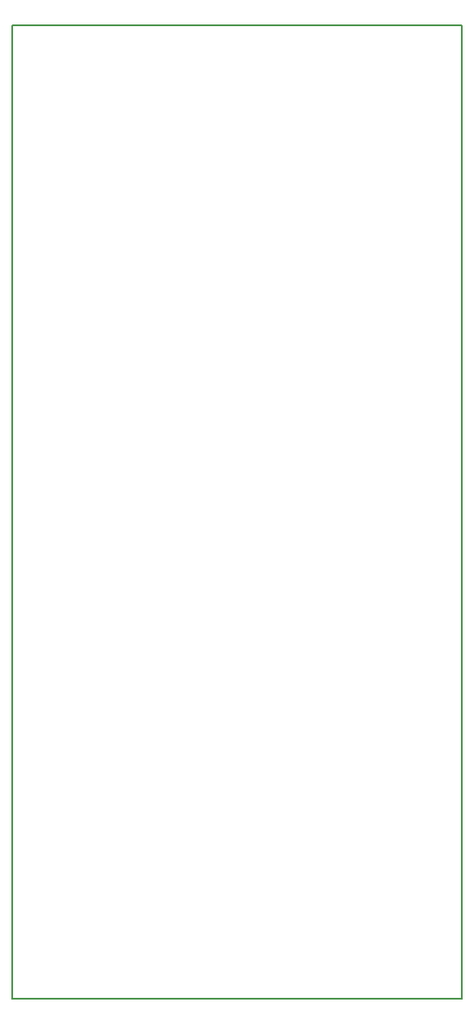
<source format=gbr>
%TF.GenerationSoftware,KiCad,Pcbnew,(6.0.1)*%
%TF.CreationDate,2022-02-25T19:27:25-05:00*%
%TF.ProjectId,InductorSchem,496e6475-6374-46f7-9253-6368656d2e6b,1*%
%TF.SameCoordinates,Original*%
%TF.FileFunction,Profile,NP*%
%FSLAX46Y46*%
G04 Gerber Fmt 4.6, Leading zero omitted, Abs format (unit mm)*
G04 Created by KiCad (PCBNEW (6.0.1)) date 2022-02-25 19:27:25*
%MOMM*%
%LPD*%
G01*
G04 APERTURE LIST*
%TA.AperFunction,Profile*%
%ADD10C,0.200000*%
%TD*%
G04 APERTURE END LIST*
D10*
X120904000Y-54864000D02*
X164592000Y-54864000D01*
X164592000Y-54864000D02*
X164592000Y-149352000D01*
X164592000Y-149352000D02*
X120904000Y-149352000D01*
X120904000Y-149352000D02*
X120904000Y-54864000D01*
M02*

</source>
